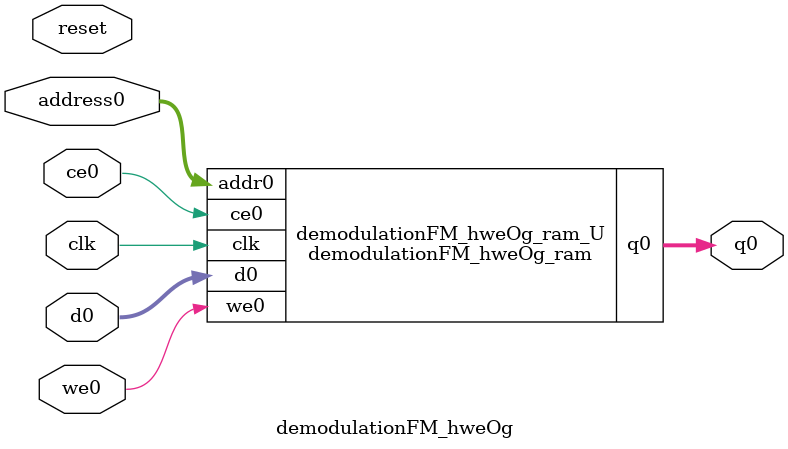
<source format=v>
`timescale 1 ns / 1 ps
module demodulationFM_hweOg_ram (addr0, ce0, d0, we0, q0,  clk);

parameter DWIDTH = 32;
parameter AWIDTH = 5;
parameter MEM_SIZE = 31;

input[AWIDTH-1:0] addr0;
input ce0;
input[DWIDTH-1:0] d0;
input we0;
output reg[DWIDTH-1:0] q0;
input clk;

(* ram_style = "distributed" *)reg [DWIDTH-1:0] ram[0:MEM_SIZE-1];




always @(posedge clk)  
begin 
    if (ce0) begin
        if (we0) 
            ram[addr0] <= d0; 
        q0 <= ram[addr0];
    end
end


endmodule

`timescale 1 ns / 1 ps
module demodulationFM_hweOg(
    reset,
    clk,
    address0,
    ce0,
    we0,
    d0,
    q0);

parameter DataWidth = 32'd32;
parameter AddressRange = 32'd31;
parameter AddressWidth = 32'd5;
input reset;
input clk;
input[AddressWidth - 1:0] address0;
input ce0;
input we0;
input[DataWidth - 1:0] d0;
output[DataWidth - 1:0] q0;



demodulationFM_hweOg_ram demodulationFM_hweOg_ram_U(
    .clk( clk ),
    .addr0( address0 ),
    .ce0( ce0 ),
    .we0( we0 ),
    .d0( d0 ),
    .q0( q0 ));

endmodule


</source>
